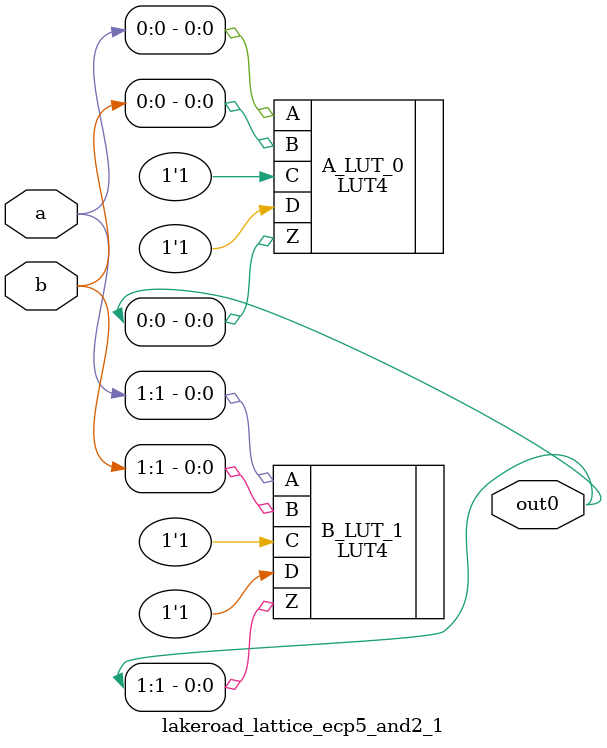
<source format=v>
/* Generated by Yosys 0.19 (git sha1 a45c131b37c, clang 13.1.6 -fPIC -Os) */

module lakeroad_lattice_ecp5_and2_1(a, b, out0);
  wire _0_;
  wire _1_;
  wire _2_;
  wire _3_;
  wire _4_;
  wire _5_;
  input [1:0] a;
  wire [1:0] a;
  input [1:0] b;
  wire [1:0] b;
  output [1:0] out0;
  wire [1:0] out0;
  LUT4 #(
    .INIT(16'h8fff)
  ) A_LUT_0 (
    .A(a[0]),
    .B(b[0]),
    .C(1'h1),
    .D(1'h1),
    .Z(out0[0])
  );
  LUT4 #(
    .INIT(16'h8fff)
  ) B_LUT_1 (
    .A(a[1]),
    .B(b[1]),
    .C(1'h1),
    .D(1'h1),
    .Z(out0[1])
  );
  LUT4 #(
    .INIT(16'h0000)
  ) C_LUT_2 (
    .A(1'h0),
    .B(1'h0),
    .C(1'h1),
    .D(1'h1),
    .Z(_5_)
  );
  LUT4 #(
    .INIT(16'h0000)
  ) D_LUT_3 (
    .A(1'h0),
    .B(1'h0),
    .C(1'h1),
    .D(1'h1),
    .Z(_4_)
  );
  LUT4 #(
    .INIT(16'h0000)
  ) E_LUT_4 (
    .A(1'h0),
    .B(1'h0),
    .C(1'h1),
    .D(1'h1),
    .Z(_3_)
  );
  LUT4 #(
    .INIT(16'h0000)
  ) F_LUT_5 (
    .A(1'h0),
    .B(1'h0),
    .C(1'h1),
    .D(1'h1),
    .Z(_2_)
  );
  LUT4 #(
    .INIT(16'h0000)
  ) G_LUT_6 (
    .A(1'h0),
    .B(1'h0),
    .C(1'h1),
    .D(1'h1),
    .Z(_1_)
  );
  LUT4 #(
    .INIT(16'h0000)
  ) H_LUT_7 (
    .A(1'h0),
    .B(1'h0),
    .C(1'h1),
    .D(1'h1),
    .Z(_0_)
  );
endmodule


</source>
